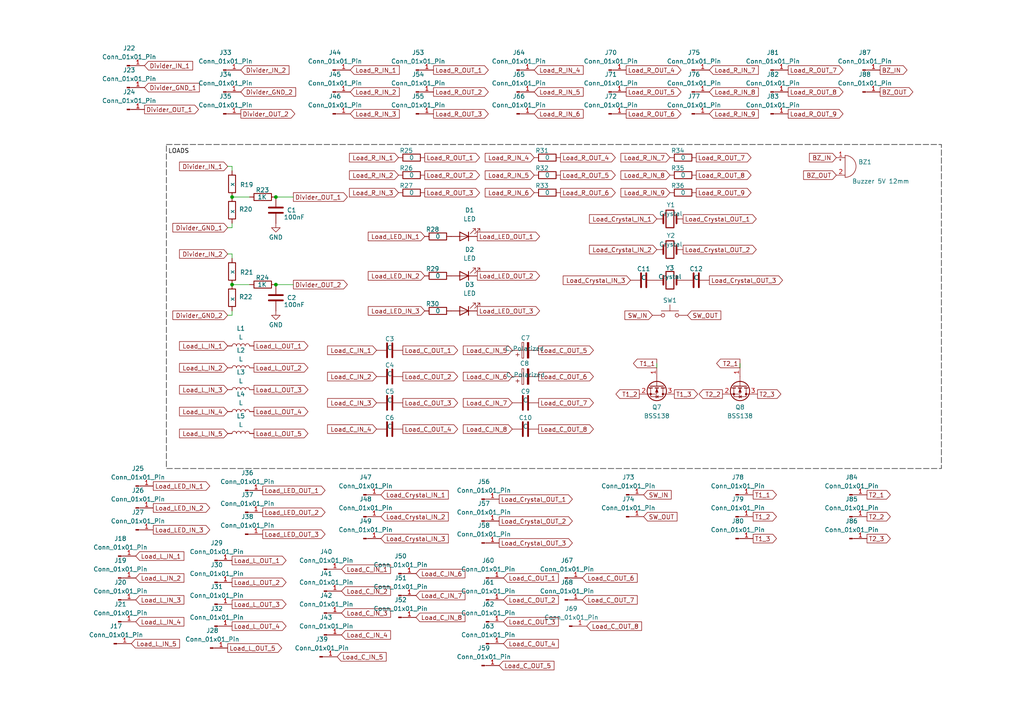
<source format=kicad_sch>
(kicad_sch (version 20250114) (generator "eeschema") (generator_version "9.0")
  (paper "A4")
  (rectangle (start 48.26 41.91) (end 273.05 135.89) (stroke (width 0) (type dash) (color 0 0 0 1)))
  (text "LOADS" (at 51.816 43.942 0) (effects (font (size 1.27 1.27))))
  (junction (at 80.01 57.15))
  (junction (at 67.31 57.15))
  (junction (at 80.01 82.55))
  (junction (at 67.31 82.55))
  (wire (pts (xy 67.31 49.53) (xy 67.31 48.26)))
  (wire (pts (xy 67.31 66.04) (xy 66.04 66.04)))
  (wire (pts (xy 67.31 73.66) (xy 66.04 73.66)))
  (wire (pts (xy 67.31 48.26) (xy 66.04 48.26)))
  (wire (pts (xy 67.31 90.17) (xy 67.31 91.44)))
  (wire (pts (xy 67.31 57.15) (xy 72.39 57.15)))
  (wire (pts (xy 190.5 105.41) (xy 190.5 106.68)))
  (wire (pts (xy 67.31 82.55) (xy 72.39 82.55)))
  (wire (pts (xy 67.31 91.44) (xy 66.04 91.44)))
  (wire (pts (xy 67.31 64.77) (xy 67.31 66.04)))
  (wire (pts (xy 80.01 57.15) (xy 85.09 57.15)))
  (wire (pts (xy 80.01 82.55) (xy 85.09 82.55)))
  (wire (pts (xy 67.31 74.93) (xy 67.31 73.66)))
  (wire (pts (xy 214.63 105.41) (xy 214.63 106.68)))
  (global_label "Load_R_OUT_9" (shape output) (at 201.93 55.88 0) (property "Intersheetrefs" "${INTERSHEET_REFS}" (effects (hide yes))))
  (global_label "Load_L_IN_5" (shape input) (at 38.1 186.69 0) (property "Intersheetrefs" "${INTERSHEET_REFS}" (effects (hide yes))))
  (global_label "Load_Crystal_OUT_1" (shape output) (at 198.12 63.5 0) (property "Intersheetrefs" "${INTERSHEET_REFS}" (effects (hide yes))))
  (global_label "Load_C_IN_1" (shape input) (at 109.22 101.6 180) (property "Intersheetrefs" "${INTERSHEET_REFS}" (effects (hide yes))))
  (global_label "Load_R_IN_3" (shape input) (at 101.6 33.02 0) (property "Intersheetrefs" "${INTERSHEET_REFS}" (effects (hide yes))))
  (global_label "T2_1" (shape output) (at 214.63 105.41 180) (property "Intersheetrefs" "${INTERSHEET_REFS}" (effects (hide yes))))
  (global_label "Load_C_OUT_5" (shape input) (at 144.78 193.04 0) (property "Intersheetrefs" "${INTERSHEET_REFS}" (effects (hide yes))))
  (global_label "Load_C_IN_5" (shape input) (at 97.79 190.5 0) (property "Intersheetrefs" "${INTERSHEET_REFS}" (effects (hide yes))))
  (global_label "Divider_OUT_2" (shape output) (at 69.85 33.02 0) (property "Intersheetrefs" "${INTERSHEET_REFS}" (effects (hide yes))))
  (global_label "Divider_GND_2" (shape input) (at 69.85 26.67 0) (property "Intersheetrefs" "${INTERSHEET_REFS}" (effects (hide yes))))
  (global_label "Load_L_OUT_5" (shape output) (at 73.66 125.73 0) (property "Intersheetrefs" "${INTERSHEET_REFS}" (effects (hide yes))))
  (global_label "Load_R_OUT_5" (shape output) (at 181.61 26.67 0) (property "Intersheetrefs" "${INTERSHEET_REFS}" (effects (hide yes))))
  (global_label "Load_C_OUT_3" (shape input) (at 146.05 180.34 0) (property "Intersheetrefs" "${INTERSHEET_REFS}" (effects (hide yes))))
  (global_label "T1_2" (shape output) (at 185.42 114.3 180) (property "Intersheetrefs" "${INTERSHEET_REFS}" (effects (hide yes))))
  (global_label "Load_R_OUT_3" (shape output) (at 125.73 33.02 0) (property "Intersheetrefs" "${INTERSHEET_REFS}" (effects (hide yes))))
  (global_label "T2_1" (shape output) (at 251.46 143.51 0) (property "Intersheetrefs" "${INTERSHEET_REFS}" (effects (hide yes))))
  (global_label "Load_C_IN_3" (shape input) (at 109.22 116.84 180) (property "Intersheetrefs" "${INTERSHEET_REFS}" (effects (hide yes))))
  (global_label "Load_R_IN_9" (shape input) (at 205.74 33.02 0) (property "Intersheetrefs" "${INTERSHEET_REFS}" (effects (hide yes))))
  (global_label "BZ_IN" (shape input) (at 242.57 45.72 180) (property "Intersheetrefs" "${INTERSHEET_REFS}" (effects (hide yes))))
  (global_label "Load_R_OUT_5" (shape output) (at 162.56 50.8 0) (property "Intersheetrefs" "${INTERSHEET_REFS}" (effects (hide yes))))
  (global_label "Load_L_IN_3" (shape input) (at 66.04 113.03 180) (property "Intersheetrefs" "${INTERSHEET_REFS}" (effects (hide yes))))
  (global_label "Load_R_OUT_6" (shape output) (at 162.56 55.88 0) (property "Intersheetrefs" "${INTERSHEET_REFS}" (effects (hide yes))))
  (global_label "Load_R_IN_2" (shape input) (at 115.57 50.8 180) (property "Intersheetrefs" "${INTERSHEET_REFS}" (effects (hide yes))))
  (global_label "Load_L_IN_1" (shape input) (at 39.37 161.29 0) (property "Intersheetrefs" "${INTERSHEET_REFS}" (effects (hide yes))))
  (global_label "Divider_OUT_2" (shape output) (at 85.09 82.55 0) (property "Intersheetrefs" "${INTERSHEET_REFS}" (effects (hide yes))))
  (global_label "Load_C_OUT_6" (shape output) (at 156.21 109.22 0) (property "Intersheetrefs" "${INTERSHEET_REFS}" (effects (hide yes))))
  (global_label "Load_LED_OUT_3" (shape output) (at 138.43 90.17 0) (property "Intersheetrefs" "${INTERSHEET_REFS}" (effects (hide yes))))
  (global_label "Divider_OUT_1" (shape output) (at 85.09 57.15 0) (property "Intersheetrefs" "${INTERSHEET_REFS}" (effects (hide yes))))
  (global_label "Load_R_IN_9" (shape input) (at 194.31 55.88 180) (property "Intersheetrefs" "${INTERSHEET_REFS}" (effects (hide yes))))
  (global_label "T1_3" (shape output) (at 195.58 114.3 0) (property "Intersheetrefs" "${INTERSHEET_REFS}" (effects (hide yes))))
  (global_label "Load_Crystal_IN_3" (shape input) (at 182.88 81.28 180) (property "Intersheetrefs" "${INTERSHEET_REFS}" (effects (hide yes))))
  (global_label "Load_C_IN_2" (shape input) (at 109.22 109.22 180) (property "Intersheetrefs" "${INTERSHEET_REFS}" (effects (hide yes))))
  (global_label "T1_1" (shape output) (at 190.5 105.41 180) (property "Intersheetrefs" "${INTERSHEET_REFS}" (effects (hide yes))))
  (global_label "Load_L_IN_4" (shape input) (at 66.04 119.38 180) (property "Intersheetrefs" "${INTERSHEET_REFS}" (effects (hide yes))))
  (global_label "Load_C_IN_8" (shape input) (at 120.65 179.07 0) (property "Intersheetrefs" "${INTERSHEET_REFS}" (effects (hide yes))))
  (global_label "T2_2" (shape output) (at 251.46 149.86 0) (property "Intersheetrefs" "${INTERSHEET_REFS}" (effects (hide yes))))
  (global_label "SW_OUT" (shape input) (at 186.69 149.86 0) (property "Intersheetrefs" "${INTERSHEET_REFS}" (effects (hide yes))))
  (global_label "Load_Crystal_OUT_2" (shape output) (at 144.78 151.13 0) (property "Intersheetrefs" "${INTERSHEET_REFS}" (effects (hide yes))))
  (global_label "T2_3" (shape output) (at 251.46 156.21 0) (property "Intersheetrefs" "${INTERSHEET_REFS}" (effects (hide yes))))
  (global_label "Load_L_OUT_5" (shape output) (at 66.04 187.96 0) (property "Intersheetrefs" "${INTERSHEET_REFS}" (effects (hide yes))))
  (global_label "BZ_IN" (shape output) (at 255.27 20.32 0) (property "Intersheetrefs" "${INTERSHEET_REFS}" (effects (hide yes))))
  (global_label "Load_R_IN_7" (shape input) (at 205.74 20.32 0) (property "Intersheetrefs" "${INTERSHEET_REFS}" (effects (hide yes))))
  (global_label "Load_R_IN_2" (shape input) (at 101.6 26.67 0) (property "Intersheetrefs" "${INTERSHEET_REFS}" (effects (hide yes))))
  (global_label "Divider_GND_1" (shape input) (at 66.04 66.04 180) (property "Intersheetrefs" "${INTERSHEET_REFS}" (effects (hide yes))))
  (global_label "Load_R_IN_3" (shape input) (at 115.57 55.88 180) (property "Intersheetrefs" "${INTERSHEET_REFS}" (effects (hide yes))))
  (global_label "Load_R_OUT_9" (shape output) (at 228.6 33.02 0) (property "Intersheetrefs" "${INTERSHEET_REFS}" (effects (hide yes))))
  (global_label "Load_L_OUT_3" (shape output) (at 73.66 113.03 0) (property "Intersheetrefs" "${INTERSHEET_REFS}" (effects (hide yes))))
  (global_label "Load_L_IN_3" (shape input) (at 39.37 173.99 0) (property "Intersheetrefs" "${INTERSHEET_REFS}" (effects (hide yes))))
  (global_label "Load_C_IN_4" (shape input) (at 99.06 184.15 0) (property "Intersheetrefs" "${INTERSHEET_REFS}" (effects (hide yes))))
  (global_label "Load_C_OUT_1" (shape input) (at 146.05 167.64 0) (property "Intersheetrefs" "${INTERSHEET_REFS}" (effects (hide yes))))
  (global_label "Load_LED_IN_2" (shape input) (at 123.19 80.01 180) (property "Intersheetrefs" "${INTERSHEET_REFS}" (effects (hide yes))))
  (global_label "Load_LED_IN_3" (shape input) (at 123.19 90.17 180) (property "Intersheetrefs" "${INTERSHEET_REFS}" (effects (hide yes))))
  (global_label "Load_R_IN_8" (shape input) (at 194.31 50.8 180) (property "Intersheetrefs" "${INTERSHEET_REFS}" (effects (hide yes))))
  (global_label "Load_LED_OUT_1" (shape output) (at 76.2 142.24 0) (property "Intersheetrefs" "${INTERSHEET_REFS}" (effects (hide yes))))
  (global_label "Load_R_OUT_1" (shape output) (at 123.19 45.72 0) (property "Intersheetrefs" "${INTERSHEET_REFS}" (effects (hide yes))))
  (global_label "Load_Crystal_IN_2" (shape input) (at 110.49 149.86 0) (property "Intersheetrefs" "${INTERSHEET_REFS}" (effects (hide yes))))
  (global_label "Load_Crystal_OUT_3" (shape output) (at 205.74 81.28 0) (property "Intersheetrefs" "${INTERSHEET_REFS}" (effects (hide yes))))
  (global_label "Load_C_IN_1" (shape input) (at 99.06 165.1 0) (property "Intersheetrefs" "${INTERSHEET_REFS}" (effects (hide yes))))
  (global_label "Load_LED_OUT_1" (shape output) (at 138.43 68.58 0) (property "Intersheetrefs" "${INTERSHEET_REFS}" (effects (hide yes))))
  (global_label "Load_C_OUT_4" (shape input) (at 146.05 186.69 0) (property "Intersheetrefs" "${INTERSHEET_REFS}" (effects (hide yes))))
  (global_label "Load_R_OUT_6" (shape output) (at 181.61 33.02 0) (property "Intersheetrefs" "${INTERSHEET_REFS}" (effects (hide yes))))
  (global_label "Load_L_IN_2" (shape input) (at 39.37 167.64 0) (property "Intersheetrefs" "${INTERSHEET_REFS}" (effects (hide yes))))
  (global_label "Load_Crystal_IN_2" (shape input) (at 190.5 72.39 180) (property "Intersheetrefs" "${INTERSHEET_REFS}" (effects (hide yes))))
  (global_label "Load_LED_OUT_2" (shape output) (at 138.43 80.01 0) (property "Intersheetrefs" "${INTERSHEET_REFS}" (effects (hide yes))))
  (global_label "BZ_OUT" (shape input) (at 242.57 50.8 180) (property "Intersheetrefs" "${INTERSHEET_REFS}" (effects (hide yes))))
  (global_label "Load_LED_IN_1" (shape input) (at 123.19 68.58 180) (property "Intersheetrefs" "${INTERSHEET_REFS}" (effects (hide yes))))
  (global_label "T2_3" (shape output) (at 219.71 114.3 0) (property "Intersheetrefs" "${INTERSHEET_REFS}" (effects (hide yes))))
  (global_label "Load_C_IN_2" (shape input) (at 99.06 171.45 0) (property "Intersheetrefs" "${INTERSHEET_REFS}" (effects (hide yes))))
  (global_label "Load_R_IN_6" (shape input) (at 154.94 55.88 180) (property "Intersheetrefs" "${INTERSHEET_REFS}" (effects (hide yes))))
  (global_label "Load_L_IN_2" (shape input) (at 66.04 106.68 180) (property "Intersheetrefs" "${INTERSHEET_REFS}" (effects (hide yes))))
  (global_label "Load_R_OUT_4" (shape output) (at 162.56 45.72 0) (property "Intersheetrefs" "${INTERSHEET_REFS}" (effects (hide yes))))
  (global_label "Load_L_OUT_2" (shape output) (at 73.66 106.68 0) (property "Intersheetrefs" "${INTERSHEET_REFS}" (effects (hide yes))))
  (global_label "Load_L_OUT_2" (shape output) (at 67.31 168.91 0) (property "Intersheetrefs" "${INTERSHEET_REFS}" (effects (hide yes))))
  (global_label "Load_R_IN_4" (shape input) (at 154.94 20.32 0) (property "Intersheetrefs" "${INTERSHEET_REFS}" (effects (hide yes))))
  (global_label "Divider_IN_2" (shape input) (at 66.04 73.66 180) (property "Intersheetrefs" "${INTERSHEET_REFS}" (effects (hide yes))))
  (global_label "Load_R_IN_6" (shape input) (at 154.94 33.02 0) (property "Intersheetrefs" "${INTERSHEET_REFS}" (effects (hide yes))))
  (global_label "Load_C_IN_6" (shape input) (at 120.65 166.37 0) (property "Intersheetrefs" "${INTERSHEET_REFS}" (effects (hide yes))))
  (global_label "Load_R_OUT_2" (shape output) (at 123.19 50.8 0) (property "Intersheetrefs" "${INTERSHEET_REFS}" (effects (hide yes))))
  (global_label "Load_LED_OUT_3" (shape output) (at 76.2 154.94 0) (property "Intersheetrefs" "${INTERSHEET_REFS}" (effects (hide yes))))
  (global_label "Load_C_OUT_6" (shape input) (at 168.91 167.64 0) (property "Intersheetrefs" "${INTERSHEET_REFS}" (effects (hide yes))))
  (global_label "Load_C_OUT_2" (shape output) (at 116.84 109.22 0) (property "Intersheetrefs" "${INTERSHEET_REFS}" (effects (hide yes))))
  (global_label "Load_R_OUT_8" (shape output) (at 201.93 50.8 0) (property "Intersheetrefs" "${INTERSHEET_REFS}" (effects (hide yes))))
  (global_label "Load_R_IN_1" (shape input) (at 115.57 45.72 180) (property "Intersheetrefs" "${INTERSHEET_REFS}" (effects (hide yes))))
  (global_label "Load_Crystal_OUT_1" (shape output) (at 144.78 144.78 0) (property "Intersheetrefs" "${INTERSHEET_REFS}" (effects (hide yes))))
  (global_label "Load_R_IN_5" (shape input) (at 154.94 50.8 180) (property "Intersheetrefs" "${INTERSHEET_REFS}" (effects (hide yes))))
  (global_label "Load_C_OUT_8" (shape output) (at 156.21 124.46 0) (property "Intersheetrefs" "${INTERSHEET_REFS}" (effects (hide yes))))
  (global_label "Load_L_OUT_1" (shape output) (at 67.31 162.56 0) (property "Intersheetrefs" "${INTERSHEET_REFS}" (effects (hide yes))))
  (global_label "Divider_GND_2" (shape input) (at 66.04 91.44 180) (property "Intersheetrefs" "${INTERSHEET_REFS}" (effects (hide yes))))
  (global_label "Load_LED_OUT_2" (shape output) (at 76.2 148.59 0) (property "Intersheetrefs" "${INTERSHEET_REFS}" (effects (hide yes))))
  (global_label "Load_L_IN_5" (shape input) (at 66.04 125.73 180) (property "Intersheetrefs" "${INTERSHEET_REFS}" (effects (hide yes))))
  (global_label "Load_L_OUT_3" (shape output) (at 67.31 175.26 0) (property "Intersheetrefs" "${INTERSHEET_REFS}" (effects (hide yes))))
  (global_label "Load_L_OUT_4" (shape output) (at 67.31 181.61 0) (property "Intersheetrefs" "${INTERSHEET_REFS}" (effects (hide yes))))
  (global_label "Load_Crystal_OUT_3" (shape output) (at 144.78 157.48 0) (property "Intersheetrefs" "${INTERSHEET_REFS}" (effects (hide yes))))
  (global_label "Load_C_OUT_5" (shape output) (at 156.21 101.6 0) (property "Intersheetrefs" "${INTERSHEET_REFS}" (effects (hide yes))))
  (global_label "Load_R_IN_4" (shape input) (at 154.94 45.72 180) (property "Intersheetrefs" "${INTERSHEET_REFS}" (effects (hide yes))))
  (global_label "Load_LED_IN_3" (shape output) (at 44.45 153.67 0) (property "Intersheetrefs" "${INTERSHEET_REFS}" (effects (hide yes))))
  (global_label "Divider_IN_1" (shape input) (at 66.04 48.26 180) (property "Intersheetrefs" "${INTERSHEET_REFS}" (effects (hide yes))))
  (global_label "T1_1" (shape output) (at 218.44 143.51 0) (property "Intersheetrefs" "${INTERSHEET_REFS}" (effects (hide yes))))
  (global_label "Divider_OUT_1" (shape output) (at 41.91 31.75 0) (property "Intersheetrefs" "${INTERSHEET_REFS}" (effects (hide yes))))
  (global_label "Divider_IN_1" (shape input) (at 41.91 19.05 0) (property "Intersheetrefs" "${INTERSHEET_REFS}" (effects (hide yes))))
  (global_label "Load_C_IN_7" (shape input) (at 148.59 116.84 180) (property "Intersheetrefs" "${INTERSHEET_REFS}" (effects (hide yes))))
  (global_label "Load_L_IN_1" (shape input) (at 66.04 100.33 180) (property "Intersheetrefs" "${INTERSHEET_REFS}" (effects (hide yes))))
  (global_label "Load_Crystal_OUT_2" (shape output) (at 198.12 72.39 0) (property "Intersheetrefs" "${INTERSHEET_REFS}" (effects (hide yes))))
  (global_label "SW_IN" (shape input) (at 189.23 91.44 180) (property "Intersheetrefs" "${INTERSHEET_REFS}" (effects (hide yes))))
  (global_label "Load_C_OUT_4" (shape output) (at 116.84 124.46 0) (property "Intersheetrefs" "${INTERSHEET_REFS}" (effects (hide yes))))
  (global_label "Divider_IN_2" (shape input) (at 69.85 20.32 0) (property "Intersheetrefs" "${INTERSHEET_REFS}" (effects (hide yes))))
  (global_label "T1_2" (shape output) (at 218.44 149.86 0) (property "Intersheetrefs" "${INTERSHEET_REFS}" (effects (hide yes))))
  (global_label "Load_R_OUT_7" (shape output) (at 228.6 20.32 0) (property "Intersheetrefs" "${INTERSHEET_REFS}" (effects (hide yes))))
  (global_label "Load_R_IN_8" (shape input) (at 205.74 26.67 0) (property "Intersheetrefs" "${INTERSHEET_REFS}" (effects (hide yes))))
  (global_label "Divider_GND_1" (shape input) (at 41.91 25.4 0) (property "Intersheetrefs" "${INTERSHEET_REFS}" (effects (hide yes))))
  (global_label "Load_C_OUT_8" (shape input) (at 170.18 181.61 0) (property "Intersheetrefs" "${INTERSHEET_REFS}" (effects (hide yes))))
  (global_label "T1_3" (shape output) (at 218.44 156.21 0) (property "Intersheetrefs" "${INTERSHEET_REFS}" (effects (hide yes))))
  (global_label "SW_IN" (shape input) (at 186.69 143.51 0) (property "Intersheetrefs" "${INTERSHEET_REFS}" (effects (hide yes))))
  (global_label "Load_R_OUT_3" (shape output) (at 123.19 55.88 0) (property "Intersheetrefs" "${INTERSHEET_REFS}" (effects (hide yes))))
  (global_label "Load_C_IN_4" (shape input) (at 109.22 124.46 180) (property "Intersheetrefs" "${INTERSHEET_REFS}" (effects (hide yes))))
  (global_label "Load_R_IN_1" (shape input) (at 101.6 20.32 0) (property "Intersheetrefs" "${INTERSHEET_REFS}" (effects (hide yes))))
  (global_label "Load_Crystal_IN_1" (shape input) (at 110.49 143.51 0) (property "Intersheetrefs" "${INTERSHEET_REFS}" (effects (hide yes))))
  (global_label "Load_L_OUT_4" (shape output) (at 73.66 119.38 0) (property "Intersheetrefs" "${INTERSHEET_REFS}" (effects (hide yes))))
  (global_label "Load_R_OUT_2" (shape output) (at 125.73 26.67 0) (property "Intersheetrefs" "${INTERSHEET_REFS}" (effects (hide yes))))
  (global_label "Load_C_OUT_2" (shape input) (at 146.05 173.99 0) (property "Intersheetrefs" "${INTERSHEET_REFS}" (effects (hide yes))))
  (global_label "Load_Crystal_IN_3" (shape input) (at 110.49 156.21 0) (property "Intersheetrefs" "${INTERSHEET_REFS}" (effects (hide yes))))
  (global_label "Load_R_OUT_8" (shape output) (at 228.6 26.67 0) (property "Intersheetrefs" "${INTERSHEET_REFS}" (effects (hide yes))))
  (global_label "Load_C_OUT_7" (shape output) (at 156.21 116.84 0) (property "Intersheetrefs" "${INTERSHEET_REFS}" (effects (hide yes))))
  (global_label "Load_C_OUT_1" (shape output) (at 116.84 101.6 0) (property "Intersheetrefs" "${INTERSHEET_REFS}" (effects (hide yes))))
  (global_label "Load_R_OUT_7" (shape output) (at 201.93 45.72 0) (property "Intersheetrefs" "${INTERSHEET_REFS}" (effects (hide yes))))
  (global_label "T2_2" (shape output) (at 209.55 114.3 180) (property "Intersheetrefs" "${INTERSHEET_REFS}" (effects (hide yes))))
  (global_label "Load_LED_IN_1" (shape output) (at 44.45 140.97 0) (property "Intersheetrefs" "${INTERSHEET_REFS}" (effects (hide yes))))
  (global_label "Load_LED_IN_2" (shape output) (at 44.45 147.32 0) (property "Intersheetrefs" "${INTERSHEET_REFS}" (effects (hide yes))))
  (global_label "Load_C_OUT_7" (shape input) (at 168.91 173.99 0) (property "Intersheetrefs" "${INTERSHEET_REFS}" (effects (hide yes))))
  (global_label "Load_L_IN_4" (shape input) (at 39.37 180.34 0) (property "Intersheetrefs" "${INTERSHEET_REFS}" (effects (hide yes))))
  (global_label "Load_R_OUT_4" (shape output) (at 181.61 20.32 0) (property "Intersheetrefs" "${INTERSHEET_REFS}" (effects (hide yes))))
  (global_label "Load_C_IN_8" (shape input) (at 148.59 124.46 180) (property "Intersheetrefs" "${INTERSHEET_REFS}" (effects (hide yes))))
  (global_label "BZ_OUT" (shape output) (at 255.27 26.67 0) (property "Intersheetrefs" "${INTERSHEET_REFS}" (effects (hide yes))))
  (global_label "SW_OUT" (shape input) (at 199.39 91.44 0) (property "Intersheetrefs" "${INTERSHEET_REFS}" (effects (hide yes))))
  (global_label "Load_C_IN_3" (shape input) (at 99.06 177.8 0) (property "Intersheetrefs" "${INTERSHEET_REFS}" (effects (hide yes))))
  (global_label "Load_R_IN_5" (shape input) (at 154.94 26.67 0) (property "Intersheetrefs" "${INTERSHEET_REFS}" (effects (hide yes))))
  (global_label "Load_C_OUT_3" (shape output) (at 116.84 116.84 0) (property "Intersheetrefs" "${INTERSHEET_REFS}" (effects (hide yes))))
  (global_label "Load_Crystal_IN_1" (shape input) (at 190.5 63.5 180) (property "Intersheetrefs" "${INTERSHEET_REFS}" (effects (hide yes))))
  (global_label "Load_C_IN_7" (shape input) (at 120.65 172.72 0) (property "Intersheetrefs" "${INTERSHEET_REFS}" (effects (hide yes))))
  (global_label "Load_C_IN_6" (shape input) (at 148.59 109.22 180) (property "Intersheetrefs" "${INTERSHEET_REFS}" (effects (hide yes))))
  (global_label "Load_C_IN_5" (shape input) (at 148.59 101.6 180) (property "Intersheetrefs" "${INTERSHEET_REFS}" (effects (hide yes))))
  (global_label "Load_R_OUT_1" (shape output) (at 125.73 20.32 0) (property "Intersheetrefs" "${INTERSHEET_REFS}" (effects (hide yes))))
  (global_label "Load_R_IN_7" (shape input) (at 194.31 45.72 180) (property "Intersheetrefs" "${INTERSHEET_REFS}" (effects (hide yes))))
  (global_label "Load_L_OUT_1" (shape output) (at 73.66 100.33 0) (property "Intersheetrefs" "${INTERSHEET_REFS}" (effects (hide yes))))
  (symbol (lib_id "Device:C") (at 152.4 116.84 90) (unit 1)
    (property "Reference" "C9" (at 152.4 113.538 90))
    (property "Value" "C" (at 152.4 116.078 90))
    (property "Footprint" "Capacitor_SMD:C_0603_1608Metric_Pad1.08x0.95mm_HandSolder" (effects (hide yes)))
    (property "Description" "Unpolarized capacitor" (effects (hide yes)))
  )
  (symbol (lib_id "Device:Buzzer") (at 245.11 48.26 0) (unit 1)
    (property "Reference" "BZ1" (at 248.92 46.9899 0) (effects (justify left)))
    (property "Value" "Buzzer 5V 12mm" (at 247.142 52.578 0) (effects (justify left)))
    (property "Footprint" "Buzzer_Beeper:Buzzer_12x9.5RM7.6" (effects (hide yes)))
    (property "Description" "Buzzer, polarized" (effects (hide yes)))
  )
  (symbol (lib_id "Device:R") (at 67.31 53.34 0) (unit 1)
    (property "Reference" "R19" (at 69.596 53.594 0) (effects (justify left)))
    (property "Value" "x" (at 67.31 54.102 90) (effects (justify left)))
    (property "Footprint" "Resistor_SMD:R_0805_2012Metric" (effects (hide yes)))
    (property "Description" "Resistor" (effects (hide yes)))
  )
  (symbol (lib_id "Connector:Conn_01x01_Pin") (at 64.77 26.67 0) (unit 1)
    (property "Reference" "J34" (at 65.405 21.59 0))
    (property "Value" "Conn_01x01_Pin" (at 65.405 24.13 0))
    (property "Footprint" "Connector_PinHeader_2.54mm:PinHeader_1x01_P2.54mm_Vertical" (effects (hide yes)))
    (property "Description" "Generic connector, single row, 01x01, script generated" (effects (hide yes)))
  )
  (symbol (lib_id "Connector:Conn_01x01_Pin") (at 71.12 148.59 0) (unit 1)
    (property "Reference" "J37" (at 71.755 143.51 0))
    (property "Value" "Conn_01x01_Pin" (at 71.755 146.05 0))
    (property "Footprint" "Connector_PinHeader_2.54mm:PinHeader_1x01_P2.54mm_Vertical" (effects (hide yes)))
    (property "Description" "Generic connector, single row, 01x01, script generated" (effects (hide yes)))
  )
  (symbol (lib_id "Connector:Conn_01x01_Pin") (at 139.7 144.78 0) (unit 1)
    (property "Reference" "J56" (at 140.335 139.7 0))
    (property "Value" "Conn_01x01_Pin" (at 140.335 142.24 0))
    (property "Footprint" "Connector_PinHeader_2.54mm:PinHeader_1x01_P2.54mm_Vertical" (effects (hide yes)))
    (property "Description" "Generic connector, single row, 01x01, script generated" (effects (hide yes)))
  )
  (symbol (lib_id "Connector:Conn_01x01_Pin") (at 250.19 26.67 0) (unit 1)
    (property "Reference" "J88" (at 250.825 21.59 0))
    (property "Value" "Conn_01x01_Pin" (at 250.825 24.13 0))
    (property "Footprint" "Connector_PinHeader_2.54mm:PinHeader_1x01_P2.54mm_Vertical" (effects (hide yes)))
    (property "Description" "Generic connector, single row, 01x01, script generated" (effects (hide yes)))
  )
  (symbol (lib_id "Device:C_Polarized") (at 152.4 101.6 90) (unit 1)
    (property "Reference" "C7" (at 152.4 98.044 90))
    (property "Value" "C_Polarized" (at 152.146 101.092 90))
    (property "Footprint" "Capacitor_THT:C_Radial_D8.0mm_H7.0mm_P3.50mm" (effects (hide yes)))
    (property "Description" "Polarized capacitor" (effects (hide yes)))
  )
  (symbol (lib_id "Transistor_FET:BSS138") (at 214.63 111.76 270) (unit 1)
    (property "Reference" "Q8" (at 214.63 118.11 90))
    (property "Value" "BSS138" (at 214.63 120.65 90))
    (property "Footprint" "Package_TO_SOT_SMD:SOT-23" (effects (hide yes)))
    (property "Datasheet" "https://www.onsemi.com/pub/Collateral/BSS138-D.PDF" (effects (hide yes)))
    (property "Description" "50V Vds, 0.22A Id, N-Channel MOSFET, SOT-23" (effects (hide yes)))
  )
  (symbol (lib_id "Device:R") (at 76.2 82.55 270) (unit 1)
    (property "Reference" "R24" (at 74.168 80.518 90) (effects (justify left)))
    (property "Value" "1K" (at 74.676 82.55 90) (effects (justify left)))
    (property "Footprint" "Resistor_SMD:R_0805_2012Metric" (effects (hide yes)))
    (property "Description" "Resistor" (effects (hide yes)))
  )
  (symbol (lib_id "Device:LED") (at 134.62 90.17 180) (unit 1)
    (property "Reference" "D3" (at 136.2075 82.55 0))
    (property "Value" "LED" (at 136.2075 85.09 0))
    (property "Footprint" "LED_SMD:LED_0805_2012Metric_Pad1.15x1.40mm_HandSolder" (effects (hide yes)))
    (property "Description" "Light emitting diode" (effects (hide yes)))
    (property "Sim.Pins" "1=K 2=A" (effects (hide yes)))
  )
  (symbol (lib_id "Device:R") (at 198.12 55.88 270) (unit 1)
    (property "Reference" "R36" (at 196.596 53.848 90))
    (property "Value" "0" (at 198.12 55.88 90))
    (property "Footprint" "Resistor_THT:R_Axial_DIN0207_L6.3mm_D2.5mm_P10.16mm_Horizontal" (effects (hide yes)))
    (property "Description" "Resistor" (effects (hide yes)))
  )
  (symbol (lib_id "Connector:Conn_01x01_Pin") (at 246.38 143.51 0) (unit 1)
    (property "Reference" "J84" (at 247.015 138.43 0))
    (property "Value" "Conn_01x01_Pin" (at 247.015 140.97 0))
    (property "Footprint" "Connector_PinHeader_2.54mm:PinHeader_1x01_P2.54mm_Vertical" (effects (hide yes)))
    (property "Description" "Generic connector, single row, 01x01, script generated" (effects (hide yes)))
  )
  (symbol (lib_id "Connector:Conn_01x01_Pin") (at 176.53 33.02 0) (unit 1)
    (property "Reference" "J72" (at 177.165 27.94 0))
    (property "Value" "Conn_01x01_Pin" (at 177.165 30.48 0))
    (property "Footprint" "Connector_PinHeader_2.54mm:PinHeader_1x01_P2.54mm_Vertical" (effects (hide yes)))
    (property "Description" "Generic connector, single row, 01x01, script generated" (effects (hide yes)))
  )
  (symbol (lib_id "Device:Crystal") (at 194.31 72.39 0) (unit 1)
    (property "Reference" "Y2" (at 194.564 68.326 0))
    (property "Value" "Crystal" (at 194.564 70.866 0))
    (property "Footprint" "Crystal:Crystal_HC49-4H_Vertical" (effects (hide yes)))
    (property "Description" "Two pin crystal" (effects (hide yes)))
  )
  (symbol (lib_id "Device:Crystal") (at 194.31 63.5 0) (unit 1)
    (property "Reference" "Y1" (at 194.564 59.436 0))
    (property "Value" "Crystal" (at 194.564 61.976 0))
    (property "Footprint" "Crystal:Crystal_HC49-4H_Vertical" (effects (hide yes)))
    (property "Description" "Two pin crystal" (effects (hide yes)))
  )
  (symbol (lib_id "Connector:Conn_01x01_Pin") (at 62.23 175.26 0) (unit 1)
    (property "Reference" "J31" (at 62.865 170.18 0))
    (property "Value" "Conn_01x01_Pin" (at 62.865 172.72 0))
    (property "Footprint" "Connector_PinHeader_2.54mm:PinHeader_1x01_P2.54mm_Vertical" (effects (hide yes)))
    (property "Description" "Generic connector, single row, 01x01, script generated" (effects (hide yes)))
  )
  (symbol (lib_id "Connector:Conn_01x01_Pin") (at 36.83 19.05 0) (unit 1)
    (property "Reference" "J22" (at 37.465 13.97 0))
    (property "Value" "Conn_01x01_Pin" (at 37.465 16.51 0))
    (property "Footprint" "Connector_PinHeader_2.54mm:PinHeader_1x01_P2.54mm_Vertical" (effects (hide yes)))
    (property "Description" "Generic connector, single row, 01x01, script generated" (effects (hide yes)))
  )
  (symbol (lib_id "Connector:Conn_01x01_Pin") (at 34.29 161.29 0) (unit 1)
    (property "Reference" "J18" (at 34.925 156.21 0))
    (property "Value" "Conn_01x01_Pin" (at 34.925 158.75 0))
    (property "Footprint" "Connector_PinHeader_2.54mm:PinHeader_1x01_P2.54mm_Vertical" (effects (hide yes)))
    (property "Description" "Generic connector, single row, 01x01, script generated" (effects (hide yes)))
  )
  (symbol (lib_id "Connector:Conn_01x01_Pin") (at 34.29 173.99 0) (unit 1)
    (property "Reference" "J20" (at 34.925 168.91 0))
    (property "Value" "Conn_01x01_Pin" (at 34.925 171.45 0))
    (property "Footprint" "Connector_PinHeader_2.54mm:PinHeader_1x01_P2.54mm_Vertical" (effects (hide yes)))
    (property "Description" "Generic connector, single row, 01x01, script generated" (effects (hide yes)))
  )
  (symbol (lib_id "Connector:Conn_01x01_Pin") (at 200.66 20.32 0) (unit 1)
    (property "Reference" "J75" (at 201.295 15.24 0))
    (property "Value" "Conn_01x01_Pin" (at 201.295 17.78 0))
    (property "Footprint" "Connector_PinHeader_2.54mm:PinHeader_1x01_P2.54mm_Vertical" (effects (hide yes)))
    (property "Description" "Generic connector, single row, 01x01, script generated" (effects (hide yes)))
  )
  (symbol (lib_id "Device:C") (at 201.93 81.28 90) (unit 1)
    (property "Reference" "C12" (at 201.93 77.978 90))
    (property "Value" "C" (at 201.93 80.518 90))
    (property "Footprint" "Capacitor_SMD:C_0805_2012Metric_Pad1.18x1.45mm_HandSolder" (effects (hide yes)))
    (property "Description" "Unpolarized capacitor" (effects (hide yes)))
  )
  (symbol (lib_id "Connector:Conn_01x01_Pin") (at 36.83 31.75 0) (unit 1)
    (property "Reference" "J24" (at 37.465 26.67 0))
    (property "Value" "Conn_01x01_Pin" (at 37.465 29.21 0))
    (property "Footprint" "Connector_PinHeader_2.54mm:PinHeader_1x01_P2.54mm_Vertical" (effects (hide yes)))
    (property "Description" "Generic connector, single row, 01x01, script generated" (effects (hide yes)))
  )
  (symbol (lib_id "Connector:Conn_01x01_Pin") (at 163.83 173.99 0) (unit 1)
    (property "Reference" "J68" (at 164.465 168.91 0))
    (property "Value" "Conn_01x01_Pin" (at 164.465 171.45 0))
    (property "Footprint" "Connector_PinHeader_2.54mm:PinHeader_1x01_P2.54mm_Vertical" (effects (hide yes)))
    (property "Description" "Generic connector, single row, 01x01, script generated" (effects (hide yes)))
  )
  (symbol (lib_id "Device:R") (at 67.31 60.96 0) (unit 1)
    (property "Reference" "R20" (at 69.342 60.706 0) (effects (justify left)))
    (property "Value" "x" (at 67.31 61.976 90) (effects (justify left)))
    (property "Footprint" "Resistor_SMD:R_0805_2012Metric" (effects (hide yes)))
    (property "Description" "Resistor" (effects (hide yes)))
  )
  (symbol (lib_id "Connector:Conn_01x01_Pin") (at 213.36 156.21 0) (unit 1)
    (property "Reference" "J80" (at 213.995 151.13 0))
    (property "Value" "Conn_01x01_Pin" (at 213.995 153.67 0))
    (property "Footprint" "Connector_PinHeader_2.54mm:PinHeader_1x01_P2.54mm_Vertical" (effects (hide yes)))
    (property "Description" "Generic connector, single row, 01x01, script generated" (effects (hide yes)))
  )
  (symbol (lib_id "Connector:Conn_01x01_Pin") (at 60.96 187.96 0) (unit 1)
    (property "Reference" "J28" (at 61.595 182.88 0))
    (property "Value" "Conn_01x01_Pin" (at 61.595 185.42 0))
    (property "Footprint" "Connector_PinHeader_2.54mm:PinHeader_1x01_P2.54mm_Vertical" (effects (hide yes)))
    (property "Description" "Generic connector, single row, 01x01, script generated" (effects (hide yes)))
  )
  (symbol (lib_id "power:GND") (at 80.01 64.77 0) (unit 1)
    (property "Reference" "#PWR05" (effects (hide yes)))
    (property "Value" "GND" (at 80.01 68.834 0))
    (property "Description" "Power symbol creates a global label with name \"GND\" , ground" (effects (hide yes)))
  )
  (symbol (lib_id "Connector:Conn_01x01_Pin") (at 140.97 173.99 0) (unit 1)
    (property "Reference" "J61" (at 141.605 168.91 0))
    (property "Value" "Conn_01x01_Pin" (at 141.605 171.45 0))
    (property "Footprint" "Connector_PinHeader_2.54mm:PinHeader_1x01_P2.54mm_Vertical" (effects (hide yes)))
    (property "Description" "Generic connector, single row, 01x01, script generated" (effects (hide yes)))
  )
  (symbol (lib_id "Connector:Conn_01x01_Pin") (at 181.61 143.51 0) (unit 1)
    (property "Reference" "J73" (at 182.245 138.43 0))
    (property "Value" "Conn_01x01_Pin" (at 182.245 140.97 0))
    (property "Footprint" "Connector_PinHeader_2.54mm:PinHeader_1x01_P2.54mm_Vertical" (effects (hide yes)))
    (property "Description" "Generic connector, single row, 01x01, script generated" (effects (hide yes)))
  )
  (symbol (lib_id "Connector:Conn_01x01_Pin") (at 71.12 154.94 0) (unit 1)
    (property "Reference" "J38" (at 71.755 149.86 0))
    (property "Value" "Conn_01x01_Pin" (at 71.755 152.4 0))
    (property "Footprint" "Connector_PinHeader_2.54mm:PinHeader_1x01_P2.54mm_Vertical" (effects (hide yes)))
    (property "Description" "Generic connector, single row, 01x01, script generated" (effects (hide yes)))
  )
  (symbol (lib_id "Device:LED") (at 134.62 80.01 180) (unit 1)
    (property "Reference" "D2" (at 136.2075 72.39 0))
    (property "Value" "LED" (at 136.2075 74.93 0))
    (property "Footprint" "LED_SMD:LED_0805_2012Metric_Pad1.15x1.40mm_HandSolder" (effects (hide yes)))
    (property "Description" "Light emitting diode" (effects (hide yes)))
    (property "Sim.Pins" "1=K 2=A" (effects (hide yes)))
  )
  (symbol (lib_id "Connector:Conn_01x01_Pin") (at 64.77 20.32 0) (unit 1)
    (property "Reference" "J33" (at 65.405 15.24 0))
    (property "Value" "Conn_01x01_Pin" (at 65.405 17.78 0))
    (property "Footprint" "Connector_PinHeader_2.54mm:PinHeader_1x01_P2.54mm_Vertical" (effects (hide yes)))
    (property "Description" "Generic connector, single row, 01x01, script generated" (effects (hide yes)))
  )
  (symbol (lib_id "Device:C") (at 113.03 124.46 90) (unit 1)
    (property "Reference" "C6" (at 113.03 121.158 90))
    (property "Value" "C" (at 113.03 123.698 90))
    (property "Footprint" "Capacitor_SMD:C_0805_2012Metric_Pad1.18x1.45mm_HandSolder" (effects (hide yes)))
    (property "Description" "Unpolarized capacitor" (effects (hide yes)))
  )
  (symbol (lib_id "Connector:Conn_01x01_Pin") (at 96.52 26.67 0) (unit 1)
    (property "Reference" "J45" (at 97.155 21.59 0))
    (property "Value" "Conn_01x01_Pin" (at 97.155 24.13 0))
    (property "Footprint" "Connector_PinHeader_2.54mm:PinHeader_1x01_P2.54mm_Vertical" (effects (hide yes)))
    (property "Description" "Generic connector, single row, 01x01, script generated" (effects (hide yes)))
  )
  (symbol (lib_id "Connector:Conn_01x01_Pin") (at 34.29 180.34 0) (unit 1)
    (property "Reference" "J21" (at 34.925 175.26 0))
    (property "Value" "Conn_01x01_Pin" (at 34.925 177.8 0))
    (property "Footprint" "Connector_PinHeader_2.54mm:PinHeader_1x01_P2.54mm_Vertical" (effects (hide yes)))
    (property "Description" "Generic connector, single row, 01x01, script generated" (effects (hide yes)))
  )
  (symbol (lib_id "Device:R") (at 67.31 78.74 0) (unit 1)
    (property "Reference" "R21" (at 69.596 78.994 0) (effects (justify left)))
    (property "Value" "x" (at 67.31 79.502 90) (effects (justify left)))
    (property "Footprint" "Resistor_SMD:R_0805_2012Metric" (effects (hide yes)))
    (property "Description" "Resistor" (effects (hide yes)))
  )
  (symbol (lib_id "Device:C") (at 186.69 81.28 90) (unit 1)
    (property "Reference" "C11" (at 186.69 77.978 90))
    (property "Value" "C" (at 186.69 80.518 90))
    (property "Footprint" "Capacitor_SMD:C_0805_2012Metric_Pad1.18x1.45mm_HandSolder" (effects (hide yes)))
    (property "Description" "Unpolarized capacitor" (effects (hide yes)))
  )
  (symbol (lib_id "Connector:Conn_01x01_Pin") (at 165.1 181.61 0) (unit 1)
    (property "Reference" "J69" (at 165.735 176.53 0))
    (property "Value" "Conn_01x01_Pin" (at 165.735 179.07 0))
    (property "Footprint" "Connector_PinHeader_2.54mm:PinHeader_1x01_P2.54mm_Vertical" (effects (hide yes)))
    (property "Description" "Generic connector, single row, 01x01, script generated" (effects (hide yes)))
  )
  (symbol (lib_id "Device:L") (at 69.85 119.38 90) (unit 1)
    (property "Reference" "L4" (at 69.85 114.3 90))
    (property "Value" "L" (at 69.85 116.84 90))
    (property "Footprint" "Inductor_THT:L_Axial_L7.0mm_D3.3mm_P2.54mm_Vertical_Fastron_MICC" (effects (hide yes)))
    (property "Description" "Inductor" (effects (hide yes)))
  )
  (symbol (lib_id "Device:LED") (at 134.62 68.58 180) (unit 1)
    (property "Reference" "D1" (at 136.2075 60.96 0))
    (property "Value" "LED" (at 136.2075 63.5 0))
    (property "Footprint" "LED_SMD:LED_0805_2012Metric_Pad1.15x1.40mm_HandSolder" (effects (hide yes)))
    (property "Description" "Light emitting diode" (effects (hide yes)))
    (property "Sim.Pins" "1=K 2=A" (effects (hide yes)))
  )
  (symbol (lib_id "Connector:Conn_01x01_Pin") (at 223.52 33.02 0) (unit 1)
    (property "Reference" "J83" (at 224.155 27.94 0))
    (property "Value" "Conn_01x01_Pin" (at 224.155 30.48 0))
    (property "Footprint" "Connector_PinHeader_2.54mm:PinHeader_1x01_P2.54mm_Vertical" (effects (hide yes)))
    (property "Description" "Generic connector, single row, 01x01, script generated" (effects (hide yes)))
  )
  (symbol (lib_id "Transistor_FET:BSS138") (at 190.5 111.76 270) (unit 1)
    (property "Reference" "Q7" (at 190.5 118.11 90))
    (property "Value" "BSS138" (at 190.5 120.65 90))
    (property "Footprint" "Package_TO_SOT_SMD:SOT-23" (effects (hide yes)))
    (property "Datasheet" "https://www.onsemi.com/pub/Collateral/BSS138-D.PDF" (effects (hide yes)))
    (property "Description" "50V Vds, 0.22A Id, N-Channel MOSFET, SOT-23" (effects (hide yes)))
  )
  (symbol (lib_id "Connector:Conn_01x01_Pin") (at 62.23 162.56 0) (unit 1)
    (property "Reference" "J29" (at 62.865 157.48 0))
    (property "Value" "Conn_01x01_Pin" (at 62.865 160.02 0))
    (property "Footprint" "Connector_PinHeader_2.54mm:PinHeader_1x01_P2.54mm_Vertical" (effects (hide yes)))
    (property "Description" "Generic connector, single row, 01x01, script generated" (effects (hide yes)))
  )
  (symbol (lib_id "Device:Crystal") (at 194.31 81.28 0) (unit 1)
    (property "Reference" "Y3" (at 194.31 77.724 0))
    (property "Value" "Crystal" (at 194.31 80.264 0))
    (property "Footprint" "Crystal:Crystal_HC49-4H_Vertical" (effects (hide yes)))
    (property "Description" "Two pin crystal" (effects (hide yes)))
  )
  (symbol (lib_id "Connector:Conn_01x01_Pin") (at 213.36 143.51 0) (unit 1)
    (property "Reference" "J78" (at 213.995 138.43 0))
    (property "Value" "Conn_01x01_Pin" (at 213.995 140.97 0))
    (property "Footprint" "Connector_PinHeader_2.54mm:PinHeader_1x01_P2.54mm_Vertical" (effects (hide yes)))
    (property "Description" "Generic connector, single row, 01x01, script generated" (effects (hide yes)))
  )
  (symbol (lib_id "Connector:Conn_01x01_Pin") (at 96.52 33.02 0) (unit 1)
    (property "Reference" "J46" (at 97.155 27.94 0))
    (property "Value" "Conn_01x01_Pin" (at 97.155 30.48 0))
    (property "Footprint" "Connector_PinHeader_2.54mm:PinHeader_1x01_P2.54mm_Vertical" (effects (hide yes)))
    (property "Description" "Generic connector, single row, 01x01, script generated" (effects (hide yes)))
  )
  (symbol (lib_id "Device:R") (at 158.75 45.72 270) (unit 1)
    (property "Reference" "R31" (at 157.226 43.688 90))
    (property "Value" "0" (at 158.75 45.72 90))
    (property "Footprint" "Resistor_SMD:R_0805_2012Metric" (effects (hide yes)))
    (property "Description" "Resistor" (effects (hide yes)))
  )
  (symbol (lib_id "Connector:Conn_01x01_Pin") (at 200.66 26.67 0) (unit 1)
    (property "Reference" "J76" (at 201.295 21.59 0))
    (property "Value" "Conn_01x01_Pin" (at 201.295 24.13 0))
    (property "Footprint" "Connector_PinHeader_2.54mm:PinHeader_1x01_P2.54mm_Vertical" (effects (hide yes)))
    (property "Description" "Generic connector, single row, 01x01, script generated" (effects (hide yes)))
  )
  (symbol (lib_id "Connector:Conn_01x01_Pin") (at 163.83 167.64 0) (unit 1)
    (property "Reference" "J67" (at 164.465 162.56 0))
    (property "Value" "Conn_01x01_Pin" (at 164.465 165.1 0))
    (property "Footprint" "Connector_PinHeader_2.54mm:PinHeader_1x01_P2.54mm_Vertical" (effects (hide yes)))
    (property "Description" "Generic connector, single row, 01x01, script generated" (effects (hide yes)))
  )
  (symbol (lib_id "Connector:Conn_01x01_Pin") (at 93.98 165.1 0) (unit 1)
    (property "Reference" "J40" (at 94.615 160.02 0))
    (property "Value" "Conn_01x01_Pin" (at 94.615 162.56 0))
    (property "Footprint" "Connector_PinHeader_2.54mm:PinHeader_1x01_P2.54mm_Vertical" (effects (hide yes)))
    (property "Description" "Generic connector, single row, 01x01, script generated" (effects (hide yes)))
  )
  (symbol (lib_id "Device:L") (at 69.85 125.73 90) (unit 1)
    (property "Reference" "L5" (at 69.85 120.65 90))
    (property "Value" "L" (at 69.85 123.19 90))
    (property "Footprint" "Inductor_THT:L_Axial_L7.0mm_D3.3mm_P2.54mm_Vertical_Fastron_MICC" (effects (hide yes)))
    (property "Description" "Inductor" (effects (hide yes)))
  )
  (symbol (lib_id "Connector:Conn_01x01_Pin") (at 105.41 143.51 0) (unit 1)
    (property "Reference" "J47" (at 106.045 138.43 0))
    (property "Value" "Conn_01x01_Pin" (at 106.045 140.97 0))
    (property "Footprint" "Connector_PinHeader_2.54mm:PinHeader_1x01_P2.54mm_Vertical" (effects (hide yes)))
    (property "Description" "Generic connector, single row, 01x01, script generated" (effects (hide yes)))
  )
  (symbol (lib_id "Connector:Conn_01x01_Pin") (at 39.37 140.97 0) (unit 1)
    (property "Reference" "J25" (at 40.005 135.89 0))
    (property "Value" "Conn_01x01_Pin" (at 40.005 138.43 0))
    (property "Footprint" "Connector_PinHeader_2.54mm:PinHeader_1x01_P2.54mm_Vertical" (effects (hide yes)))
    (property "Description" "Generic connector, single row, 01x01, script generated" (effects (hide yes)))
  )
  (symbol (lib_id "Connector:Conn_01x01_Pin") (at 140.97 180.34 0) (unit 1)
    (property "Reference" "J62" (at 141.605 175.26 0))
    (property "Value" "Conn_01x01_Pin" (at 141.605 177.8 0))
    (property "Footprint" "Connector_PinHeader_2.54mm:PinHeader_1x01_P2.54mm_Vertical" (effects (hide yes)))
    (property "Description" "Generic connector, single row, 01x01, script generated" (effects (hide yes)))
  )
  (symbol (lib_id "Connector:Conn_01x01_Pin") (at 105.41 156.21 0) (unit 1)
    (property "Reference" "J49" (at 106.045 151.13 0))
    (property "Value" "Conn_01x01_Pin" (at 106.045 153.67 0))
    (property "Footprint" "Connector_PinHeader_2.54mm:PinHeader_1x01_P2.54mm_Vertical" (effects (hide yes)))
    (property "Description" "Generic connector, single row, 01x01, script generated" (effects (hide yes)))
  )
  (symbol (lib_id "Connector:Conn_01x01_Pin") (at 105.41 149.86 0) (unit 1)
    (property "Reference" "J48" (at 106.045 144.78 0))
    (property "Value" "Conn_01x01_Pin" (at 106.045 147.32 0))
    (property "Footprint" "Connector_PinHeader_2.54mm:PinHeader_1x01_P2.54mm_Vertical" (effects (hide yes)))
    (property "Description" "Generic connector, single row, 01x01, script generated" (effects (hide yes)))
  )
  (symbol (lib_id "Device:R") (at 76.2 57.15 270) (unit 1)
    (property "Reference" "R23" (at 74.168 55.118 90) (effects (justify left)))
    (property "Value" "1K" (at 74.676 57.15 90) (effects (justify left)))
    (property "Footprint" "Resistor_SMD:R_0805_2012Metric" (effects (hide yes)))
    (property "Description" "Resistor" (effects (hide yes)))
  )
  (symbol (lib_id "Connector:Conn_01x01_Pin") (at 36.83 25.4 0) (unit 1)
    (property "Reference" "J23" (at 37.465 20.32 0))
    (property "Value" "Conn_01x01_Pin" (at 37.465 22.86 0))
    (property "Footprint" "Connector_PinHeader_2.54mm:PinHeader_1x01_P2.54mm_Vertical" (effects (hide yes)))
    (property "Description" "Generic connector, single row, 01x01, script generated" (effects (hide yes)))
  )
  (symbol (lib_id "Device:C") (at 152.4 124.46 90) (unit 1)
    (property "Reference" "C10" (at 152.4 121.158 90))
    (property "Value" "C" (at 152.4 123.698 90))
    (property "Footprint" "Capacitor_SMD:C_0603_1608Metric_Pad1.08x0.95mm_HandSolder" (effects (hide yes)))
    (property "Description" "Unpolarized capacitor" (effects (hide yes)))
  )
  (symbol (lib_id "Connector:Conn_01x01_Pin") (at 120.65 26.67 0) (unit 1)
    (property "Reference" "J54" (at 121.285 21.59 0))
    (property "Value" "Conn_01x01_Pin" (at 121.285 24.13 0))
    (property "Footprint" "Connector_PinHeader_2.54mm:PinHeader_1x01_P2.54mm_Vertical" (effects (hide yes)))
    (property "Description" "Generic connector, single row, 01x01, script generated" (effects (hide yes)))
  )
  (symbol (lib_id "Connector:Conn_01x01_Pin") (at 115.57 172.72 0) (unit 1)
    (property "Reference" "J51" (at 116.205 167.64 0))
    (property "Value" "Conn_01x01_Pin" (at 116.205 170.18 0))
    (property "Footprint" "Connector_PinHeader_2.54mm:PinHeader_1x01_P2.54mm_Vertical" (effects (hide yes)))
    (property "Description" "Generic connector, single row, 01x01, script generated" (effects (hide yes)))
  )
  (symbol (lib_id "Device:R") (at 127 68.58 270) (unit 1)
    (property "Reference" "R28" (at 125.476 66.548 90))
    (property "Value" "0" (at 127 68.58 90))
    (property "Footprint" "Resistor_SMD:R_0805_2012Metric" (effects (hide yes)))
    (property "Description" "Resistor" (effects (hide yes)))
  )
  (symbol (lib_id "Connector:Conn_01x01_Pin") (at 39.37 153.67 0) (unit 1)
    (property "Reference" "J27" (at 40.005 148.59 0))
    (property "Value" "Conn_01x01_Pin" (at 40.005 151.13 0))
    (property "Footprint" "Connector_PinHeader_2.54mm:PinHeader_1x01_P2.54mm_Vertical" (effects (hide yes)))
    (property "Description" "Generic connector, single row, 01x01, script generated" (effects (hide yes)))
  )
  (symbol (lib_id "Device:C_Polarized") (at 152.4 109.22 90) (unit 1)
    (property "Reference" "C8" (at 152.146 105.41 90))
    (property "Value" "C_Polarized" (at 152.4 108.712 90))
    (property "Footprint" "Capacitor_THT:C_Radial_D8.0mm_H7.0mm_P3.50mm" (effects (hide yes)))
    (property "Description" "Polarized capacitor" (effects (hide yes)))
  )
  (symbol (lib_id "Connector:Conn_01x01_Pin") (at 62.23 168.91 0) (unit 1)
    (property "Reference" "J30" (at 62.865 163.83 0))
    (property "Value" "Conn_01x01_Pin" (at 62.865 166.37 0))
    (property "Footprint" "Connector_PinHeader_2.54mm:PinHeader_1x01_P2.54mm_Vertical" (effects (hide yes)))
    (property "Description" "Generic connector, single row, 01x01, script generated" (effects (hide yes)))
  )
  (symbol (lib_id "Connector:Conn_01x01_Pin") (at 223.52 20.32 0) (unit 1)
    (property "Reference" "J81" (at 224.155 15.24 0))
    (property "Value" "Conn_01x01_Pin" (at 224.155 17.78 0))
    (property "Footprint" "Connector_PinHeader_2.54mm:PinHeader_1x01_P2.54mm_Vertical" (effects (hide yes)))
    (property "Description" "Generic connector, single row, 01x01, script generated" (effects (hide yes)))
  )
  (symbol (lib_id "Device:R") (at 119.38 50.8 270) (unit 1)
    (property "Reference" "R26" (at 117.856 48.768 90))
    (property "Value" "0" (at 119.38 50.8 90))
    (property "Footprint" "Resistor_SMD:R_0805_2012Metric" (effects (hide yes)))
    (property "Description" "Resistor" (effects (hide yes)))
  )
  (symbol (lib_id "Connector:Conn_01x01_Pin") (at 93.98 177.8 0) (unit 1)
    (property "Reference" "J42" (at 94.615 172.72 0))
    (property "Value" "Conn_01x01_Pin" (at 94.615 175.26 0))
    (property "Footprint" "Connector_PinHeader_2.54mm:PinHeader_1x01_P2.54mm_Vertical" (effects (hide yes)))
    (property "Description" "Generic connector, single row, 01x01, script generated" (effects (hide yes)))
  )
  (symbol (lib_id "Device:L") (at 69.85 100.33 90) (unit 1)
    (property "Reference" "L1" (at 69.85 95.25 90))
    (property "Value" "L" (at 69.85 97.79 90))
    (property "Footprint" "Inductor_SMD:L_0603_1608Metric_Pad1.05x0.95mm_HandSolder" (effects (hide yes)))
    (property "Description" "Inductor" (effects (hide yes)))
  )
  (symbol (lib_id "Connector:Conn_01x01_Pin") (at 120.65 20.32 0) (unit 1)
    (property "Reference" "J53" (at 121.285 15.24 0))
    (property "Value" "Conn_01x01_Pin" (at 121.285 17.78 0))
    (property "Footprint" "Connector_PinHeader_2.54mm:PinHeader_1x01_P2.54mm_Vertical" (effects (hide yes)))
    (property "Description" "Generic connector, single row, 01x01, script generated" (effects (hide yes)))
  )
  (symbol (lib_id "Connector:Conn_01x01_Pin") (at 39.37 147.32 0) (unit 1)
    (property "Reference" "J26" (at 40.005 142.24 0))
    (property "Value" "Conn_01x01_Pin" (at 40.005 144.78 0))
    (property "Footprint" "Connector_PinHeader_2.54mm:PinHeader_1x01_P2.54mm_Vertical" (effects (hide yes)))
    (property "Description" "Generic connector, single row, 01x01, script generated" (effects (hide yes)))
  )
  (symbol (lib_id "Connector:Conn_01x01_Pin") (at 139.7 151.13 0) (unit 1)
    (property "Reference" "J57" (at 140.335 146.05 0))
    (property "Value" "Conn_01x01_Pin" (at 140.335 148.59 0))
    (property "Footprint" "Connector_PinHeader_2.54mm:PinHeader_1x01_P2.54mm_Vertical" (effects (hide yes)))
    (property "Description" "Generic connector, single row, 01x01, script generated" (effects (hide yes)))
  )
  (symbol (lib_id "Connector:Conn_01x01_Pin") (at 213.36 149.86 0) (unit 1)
    (property "Reference" "J79" (at 213.995 144.78 0))
    (property "Value" "Conn_01x01_Pin" (at 213.995 147.32 0))
    (property "Footprint" "Connector_PinHeader_2.54mm:PinHeader_1x01_P2.54mm_Vertical" (effects (hide yes)))
    (property "Description" "Generic connector, single row, 01x01, script generated" (effects (hide yes)))
  )
  (symbol (lib_id "Device:R") (at 119.38 45.72 270) (unit 1)
    (property "Reference" "R25" (at 117.856 43.688 90))
    (property "Value" "0" (at 119.38 45.72 90))
    (property "Footprint" "Resistor_SMD:R_0805_2012Metric" (effects (hide yes)))
    (property "Description" "Resistor" (effects (hide yes)))
  )
  (symbol (lib_id "Device:C") (at 80.01 60.96 0) (unit 1)
    (property "Reference" "C1" (at 84.582 60.96 0))
    (property "Value" "100nF" (at 85.344 62.992 0))
    (property "Footprint" "Capacitor_SMD:C_0805_2012Metric_Pad1.18x1.45mm_HandSolder" (effects (hide yes)))
    (property "Description" "Unpolarized capacitor" (effects (hide yes)))
  )
  (symbol (lib_id "Connector:Conn_01x01_Pin") (at 92.71 190.5 0) (unit 1)
    (property "Reference" "J39" (at 93.345 185.42 0))
    (property "Value" "Conn_01x01_Pin" (at 93.345 187.96 0))
    (property "Footprint" "Connector_PinHeader_2.54mm:PinHeader_1x01_P2.54mm_Vertical" (effects (hide yes)))
    (property "Description" "Generic connector, single row, 01x01, script generated" (effects (hide yes)))
  )
  (symbol (lib_id "Connector:Conn_01x01_Pin") (at 33.02 186.69 0) (unit 1)
    (property "Reference" "J17" (at 33.655 181.61 0))
    (property "Value" "Conn_01x01_Pin" (at 33.655 184.15 0))
    (property "Footprint" "Connector_PinHeader_2.54mm:PinHeader_1x01_P2.54mm_Vertical" (effects (hide yes)))
    (property "Description" "Generic connector, single row, 01x01, script generated" (effects (hide yes)))
  )
  (symbol (lib_id "Connector:Conn_01x01_Pin") (at 139.7 157.48 0) (unit 1)
    (property "Reference" "J58" (at 140.335 152.4 0))
    (property "Value" "Conn_01x01_Pin" (at 140.335 154.94 0))
    (property "Footprint" "Connector_PinHeader_2.54mm:PinHeader_1x01_P2.54mm_Vertical" (effects (hide yes)))
    (property "Description" "Generic connector, single row, 01x01, script generated" (effects (hide yes)))
  )
  (symbol (lib_id "Switch:SW_Push") (at 194.31 91.44 0) (unit 1)
    (property "Reference" "SW1" (at 194.31 87.122 0))
    (property "Value" "Tact Switch 6x6mm / 13mm" (effects (hide yes)))
    (property "Footprint" "Button_Switch_THT:SW_PUSH_6mm" (effects (hide yes)))
    (property "Description" "Push button switch, generic, two pins" (effects (hide yes)))
  )
  (symbol (lib_id "Connector:Conn_01x01_Pin") (at 223.52 26.67 0) (unit 1)
    (property "Reference" "J82" (at 224.155 21.59 0))
    (property "Value" "Conn_01x01_Pin" (at 224.155 24.13 0))
    (property "Footprint" "Connector_PinHeader_2.54mm:PinHeader_1x01_P2.54mm_Vertical" (effects (hide yes)))
    (property "Description" "Generic connector, single row, 01x01, script generated" (effects (hide yes)))
  )
  (symbol (lib_id "Device:R") (at 158.75 50.8 270) (unit 1)
    (property "Reference" "R32" (at 157.226 48.768 90))
    (property "Value" "0" (at 158.75 50.8 90))
    (property "Footprint" "Resistor_SMD:R_0805_2012Metric" (effects (hide yes)))
    (property "Description" "Resistor" (effects (hide yes)))
  )
  (symbol (lib_id "Connector:Conn_01x01_Pin") (at 64.77 33.02 0) (unit 1)
    (property "Reference" "J35" (at 65.405 27.94 0))
    (property "Value" "Conn_01x01_Pin" (at 65.405 30.48 0))
    (property "Footprint" "Connector_PinHeader_2.54mm:PinHeader_1x01_P2.54mm_Vertical" (effects (hide yes)))
    (property "Description" "Generic connector, single row, 01x01, script generated" (effects (hide yes)))
  )
  (symbol (lib_id "Device:C") (at 80.01 86.36 0) (unit 1)
    (property "Reference" "C2" (at 84.582 86.36 0))
    (property "Value" "100nF" (at 85.344 88.392 0))
    (property "Footprint" "Capacitor_SMD:C_0805_2012Metric_Pad1.18x1.45mm_HandSolder" (effects (hide yes)))
    (property "Description" "Unpolarized capacitor" (effects (hide yes)))
  )
  (symbol (lib_id "Device:C") (at 113.03 101.6 90) (unit 1)
    (property "Reference" "C3" (at 113.03 98.298 90))
    (property "Value" "C" (at 113.03 100.838 90))
    (property "Footprint" "Capacitor_THT:C_Disc_D3.4mm_W2.1mm_P2.50mm" (effects (hide yes)))
    (property "Description" "Unpolarized capacitor" (effects (hide yes)))
  )
  (symbol (lib_id "Connector:Conn_01x01_Pin") (at 140.97 186.69 0) (unit 1)
    (property "Reference" "J63" (at 141.605 181.61 0))
    (property "Value" "Conn_01x01_Pin" (at 141.605 184.15 0))
    (property "Footprint" "Connector_PinHeader_2.54mm:PinHeader_1x01_P2.54mm_Vertical" (effects (hide yes)))
    (property "Description" "Generic connector, single row, 01x01, script generated" (effects (hide yes)))
  )
  (symbol (lib_id "Device:C") (at 113.03 109.22 90) (unit 1)
    (property "Reference" "C4" (at 113.03 105.918 90))
    (property "Value" "C" (at 113.03 108.458 90))
    (property "Footprint" "Capacitor_THT:C_Disc_D3.4mm_W2.1mm_P2.50mm" (effects (hide yes)))
    (property "Description" "Unpolarized capacitor" (effects (hide yes)))
  )
  (symbol (lib_id "Connector:Conn_01x01_Pin") (at 181.61 149.86 0) (unit 1)
    (property "Reference" "J74" (at 182.245 144.78 0))
    (property "Value" "Conn_01x01_Pin" (at 182.245 147.32 0))
    (property "Footprint" "Connector_PinHeader_2.54mm:PinHeader_1x01_P2.54mm_Vertical" (effects (hide yes)))
    (property "Description" "Generic connector, single row, 01x01, script generated" (effects (hide yes)))
  )
  (symbol (lib_id "Device:R") (at 158.75 55.88 270) (unit 1)
    (property "Reference" "R33" (at 157.226 53.848 90))
    (property "Value" "0" (at 158.75 55.88 90))
    (property "Footprint" "Resistor_SMD:R_0805_2012Metric" (effects (hide yes)))
    (property "Description" "Resistor" (effects (hide yes)))
  )
  (symbol (lib_id "Connector:Conn_01x01_Pin") (at 149.86 33.02 0) (unit 1)
    (property "Reference" "J66" (at 150.495 27.94 0))
    (property "Value" "Conn_01x01_Pin" (at 150.495 30.48 0))
    (property "Footprint" "Connector_PinHeader_2.54mm:PinHeader_1x01_P2.54mm_Vertical" (effects (hide yes)))
    (property "Description" "Generic connector, single row, 01x01, script generated" (effects (hide yes)))
  )
  (symbol (lib_id "Device:L") (at 69.85 113.03 90) (unit 1)
    (property "Reference" "L3" (at 69.85 107.95 90))
    (property "Value" "L" (at 69.85 110.49 90))
    (property "Footprint" "Inductor_SMD:L_1206_3216Metric_Pad1.22x1.90mm_HandSolder" (effects (hide yes)))
    (property "Description" "Inductor" (effects (hide yes)))
  )
  (symbol (lib_id "Connector:Conn_01x01_Pin") (at 62.23 181.61 0) (unit 1)
    (property "Reference" "J32" (at 62.865 176.53 0))
    (property "Value" "Conn_01x01_Pin" (at 62.865 179.07 0))
    (property "Footprint" "Connector_PinHeader_2.54mm:PinHeader_1x01_P2.54mm_Vertical" (effects (hide yes)))
    (property "Description" "Generic connector, single row, 01x01, script generated" (effects (hide yes)))
  )
  (symbol (lib_id "Device:R") (at 119.38 55.88 270) (unit 1)
    (property "Reference" "R27" (at 117.856 53.848 90))
    (property "Value" "0" (at 119.38 55.88 90))
    (property "Footprint" "Resistor_SMD:R_0805_2012Metric" (effects (hide yes)))
    (property "Description" "Resistor" (effects (hide yes)))
  )
  (symbol (lib_id "power:GND") (at 80.01 90.17 0) (unit 1)
    (property "Reference" "#PWR06" (effects (hide yes)))
    (property "Value" "GND" (at 80.01 94.234 0))
    (property "Description" "Power symbol creates a global label with name \"GND\" , ground" (effects (hide yes)))
  )
  (symbol (lib_id "Connector:Conn_01x01_Pin") (at 71.12 142.24 0) (unit 1)
    (property "Reference" "J36" (at 71.755 137.16 0))
    (property "Value" "Conn_01x01_Pin" (at 71.755 139.7 0))
    (property "Footprint" "Connector_PinHeader_2.54mm:PinHeader_1x01_P2.54mm_Vertical" (effects (hide yes)))
    (property "Description" "Generic connector, single row, 01x01, script generated" (effects (hide yes)))
  )
  (symbol (lib_id "Device:R") (at 127 90.17 270) (unit 1)
    (property "Reference" "R30" (at 125.476 88.138 90))
    (property "Value" "0" (at 127 90.17 90))
    (property "Footprint" "Resistor_SMD:R_0805_2012Metric" (effects (hide yes)))
    (property "Description" "Resistor" (effects (hide yes)))
  )
  (symbol (lib_id "Connector:Conn_01x01_Pin") (at 176.53 20.32 0) (unit 1)
    (property "Reference" "J70" (at 177.165 15.24 0))
    (property "Value" "Conn_01x01_Pin" (at 177.165 17.78 0))
    (property "Footprint" "Connector_PinHeader_2.54mm:PinHeader_1x01_P2.54mm_Vertical" (effects (hide yes)))
    (property "Description" "Generic connector, single row, 01x01, script generated" (effects (hide yes)))
  )
  (symbol (lib_id "Device:L") (at 69.85 106.68 90) (unit 1)
    (property "Reference" "L2" (at 69.85 101.6 90))
    (property "Value" "L" (at 69.85 104.14 90))
    (property "Footprint" "Inductor_SMD:L_0805_2012Metric_Pad1.05x1.20mm_HandSolder" (effects (hide yes)))
    (property "Description" "Inductor" (effects (hide yes)))
  )
  (symbol (lib_id "Device:R") (at 67.31 86.36 0) (unit 1)
    (property "Reference" "R22" (at 69.342 86.106 0) (effects (justify left)))
    (property "Value" "x" (at 67.31 87.376 90) (effects (justify left)))
    (property "Footprint" "Resistor_SMD:R_0805_2012Metric" (effects (hide yes)))
    (property "Description" "Resistor" (effects (hide yes)))
  )
  (symbol (lib_id "Connector:Conn_01x01_Pin") (at 120.65 33.02 0) (unit 1)
    (property "Reference" "J55" (at 121.285 27.94 0))
    (property "Value" "Conn_01x01_Pin" (at 121.285 30.48 0))
    (property "Footprint" "Connector_PinHeader_2.54mm:PinHeader_1x01_P2.54mm_Vertical" (effects (hide yes)))
    (property "Description" "Generic connector, single row, 01x01, script generated" (effects (hide yes)))
  )
  (symbol (lib_id "Connector:Conn_01x01_Pin") (at 246.38 156.21 0) (unit 1)
    (property "Reference" "J86" (at 247.015 151.13 0))
    (property "Value" "Conn_01x01_Pin" (at 247.015 153.67 0))
    (property "Footprint" "Connector_PinHeader_2.54mm:PinHeader_1x01_P2.54mm_Vertical" (effects (hide yes)))
    (property "Description" "Generic connector, single row, 01x01, script generated" (effects (hide yes)))
  )
  (symbol (lib_id "Connector:Conn_01x01_Pin") (at 149.86 26.67 0) (unit 1)
    (property "Reference" "J65" (at 150.495 21.59 0))
    (property "Value" "Conn_01x01_Pin" (at 150.495 24.13 0))
    (property "Footprint" "Connector_PinHeader_2.54mm:PinHeader_1x01_P2.54mm_Vertical" (effects (hide yes)))
    (property "Description" "Generic connector, single row, 01x01, script generated" (effects (hide yes)))
  )
  (symbol (lib_id "Connector:Conn_01x01_Pin") (at 176.53 26.67 0) (unit 1)
    (property "Reference" "J71" (at 177.165 21.59 0))
    (property "Value" "Conn_01x01_Pin" (at 177.165 24.13 0))
    (property "Footprint" "Connector_PinHeader_2.54mm:PinHeader_1x01_P2.54mm_Vertical" (effects (hide yes)))
    (property "Description" "Generic connector, single row, 01x01, script generated" (effects (hide yes)))
  )
  (symbol (lib_id "Connector:Conn_01x01_Pin") (at 34.29 167.64 0) (unit 1)
    (property "Reference" "J19" (at 34.925 162.56 0))
    (property "Value" "Conn_01x01_Pin" (at 34.925 165.1 0))
    (property "Footprint" "Connector_PinHeader_2.54mm:PinHeader_1x01_P2.54mm_Vertical" (effects (hide yes)))
    (property "Description" "Generic connector, single row, 01x01, script generated" (effects (hide yes)))
  )
  (symbol (lib_id "Connector:Conn_01x01_Pin") (at 149.86 20.32 0) (unit 1)
    (property "Reference" "J64" (at 150.495 15.24 0))
    (property "Value" "Conn_01x01_Pin" (at 150.495 17.78 0))
    (property "Footprint" "Connector_PinHeader_2.54mm:PinHeader_1x01_P2.54mm_Vertical" (effects (hide yes)))
    (property "Description" "Generic connector, single row, 01x01, script generated" (effects (hide yes)))
  )
  (symbol (lib_id "Connector:Conn_01x01_Pin") (at 93.98 184.15 0) (unit 1)
    (property "Reference" "J43" (at 94.615 179.07 0))
    (property "Value" "Conn_01x01_Pin" (at 94.615 181.61 0))
    (property "Footprint" "Connector_PinHeader_2.54mm:PinHeader_1x01_P2.54mm_Vertical" (effects (hide yes)))
    (property "Description" "Generic connector, single row, 01x01, script generated" (effects (hide yes)))
  )
  (symbol (lib_id "Device:R") (at 127 80.01 270) (unit 1)
    (property "Reference" "R29" (at 125.476 77.978 90))
    (property "Value" "0" (at 127 80.01 90))
    (property "Footprint" "Resistor_SMD:R_0805_2012Metric" (effects (hide yes)))
    (property "Description" "Resistor" (effects (hide yes)))
  )
  (symbol (lib_id "Connector:Conn_01x01_Pin") (at 115.57 166.37 0) (unit 1)
    (property "Reference" "J50" (at 116.205 161.29 0))
    (property "Value" "Conn_01x01_Pin" (at 116.205 163.83 0))
    (property "Footprint" "Connector_PinHeader_2.54mm:PinHeader_1x01_P2.54mm_Vertical" (effects (hide yes)))
    (property "Description" "Generic connector, single row, 01x01, script generated" (effects (hide yes)))
  )
  (symbol (lib_id "Device:R") (at 198.12 45.72 270) (unit 1)
    (property "Reference" "R34" (at 196.596 43.688 90))
    (property "Value" "0" (at 198.12 45.72 90))
    (property "Footprint" "Resistor_THT:R_Axial_DIN0207_L6.3mm_D2.5mm_P10.16mm_Horizontal" (effects (hide yes)))
    (property "Description" "Resistor" (effects (hide yes)))
  )
  (symbol (lib_id "Device:C") (at 113.03 116.84 90) (unit 1)
    (property "Reference" "C5" (at 113.03 113.538 90))
    (property "Value" "C" (at 113.03 116.078 90))
    (property "Footprint" "Capacitor_SMD:C_0805_2012Metric_Pad1.18x1.45mm_HandSolder" (effects (hide yes)))
    (property "Description" "Unpolarized capacitor" (effects (hide yes)))
  )
  (symbol (lib_id "Connector:Conn_01x01_Pin") (at 246.38 149.86 0) (unit 1)
    (property "Reference" "J85" (at 247.015 144.78 0))
    (property "Value" "Conn_01x01_Pin" (at 247.015 147.32 0))
    (property "Footprint" "Connector_PinHeader_2.54mm:PinHeader_1x01_P2.54mm_Vertical" (effects (hide yes)))
    (property "Description" "Generic connector, single row, 01x01, script generated" (effects (hide yes)))
  )
  (symbol (lib_id "Connector:Conn_01x01_Pin") (at 200.66 33.02 0) (unit 1)
    (property "Reference" "J77" (at 201.295 27.94 0))
    (property "Value" "Conn_01x01_Pin" (at 201.295 30.48 0))
    (property "Footprint" "Connector_PinHeader_2.54mm:PinHeader_1x01_P2.54mm_Vertical" (effects (hide yes)))
    (property "Description" "Generic connector, single row, 01x01, script generated" (effects (hide yes)))
  )
  (symbol (lib_id "Connector:Conn_01x01_Pin") (at 93.98 171.45 0) (unit 1)
    (property "Reference" "J41" (at 94.615 166.37 0))
    (property "Value" "Conn_01x01_Pin" (at 94.615 168.91 0))
    (property "Footprint" "Connector_PinHeader_2.54mm:PinHeader_1x01_P2.54mm_Vertical" (effects (hide yes)))
    (property "Description" "Generic connector, single row, 01x01, script generated" (effects (hide yes)))
  )
  (symbol (lib_id "Device:R") (at 198.12 50.8 270) (unit 1)
    (property "Reference" "R35" (at 196.596 48.768 90))
    (property "Value" "0" (at 198.12 50.8 90))
    (property "Footprint" "Resistor_THT:R_Axial_DIN0207_L6.3mm_D2.5mm_P10.16mm_Horizontal" (effects (hide yes)))
    (property "Description" "Resistor" (effects (hide yes)))
  )
  (symbol (lib_id "Connector:Conn_01x01_Pin") (at 96.52 20.32 0) (unit 1)
    (property "Reference" "J44" (at 97.155 15.24 0))
    (property "Value" "Conn_01x01_Pin" (at 97.155 17.78 0))
    (property "Footprint" "Connector_PinHeader_2.54mm:PinHeader_1x01_P2.54mm_Vertical" (effects (hide yes)))
    (property "Description" "Generic connector, single row, 01x01, script generated" (effects (hide yes)))
  )
  (symbol (lib_id "Connector:Conn_01x01_Pin") (at 140.97 167.64 0) (unit 1)
    (property "Reference" "J60" (at 141.605 162.56 0))
    (property "Value" "Conn_01x01_Pin" (at 141.605 165.1 0))
    (property "Footprint" "Connector_PinHeader_2.54mm:PinHeader_1x01_P2.54mm_Vertical" (effects (hide yes)))
    (property "Description" "Generic connector, single row, 01x01, script generated" (effects (hide yes)))
  )
  (symbol (lib_id "Connector:Conn_01x01_Pin") (at 115.57 179.07 0) (unit 1)
    (property "Reference" "J52" (at 116.205 173.99 0))
    (property "Value" "Conn_01x01_Pin" (at 116.205 176.53 0))
    (property "Footprint" "Connector_PinHeader_2.54mm:PinHeader_1x01_P2.54mm_Vertical" (effects (hide yes)))
    (property "Description" "Generic connector, single row, 01x01, script generated" (effects (hide yes)))
  )
  (symbol (lib_id "Connector:Conn_01x01_Pin") (at 250.19 20.32 0) (unit 1)
    (property "Reference" "J87" (at 250.825 15.24 0))
    (property "Value" "Conn_01x01_Pin" (at 250.825 17.78 0))
    (property "Footprint" "Connector_PinHeader_2.54mm:PinHeader_1x01_P2.54mm_Vertical" (effects (hide yes)))
    (property "Description" "Generic connector, single row, 01x01, script generated" (effects (hide yes)))
  )
  (symbol (lib_id "Connector:Conn_01x01_Pin") (at 139.7 193.04 0) (unit 1)
    (property "Reference" "J59" (at 140.335 187.96 0))
    (property "Value" "Conn_01x01_Pin" (at 140.335 190.5 0))
    (property "Footprint" "Connector_PinHeader_2.54mm:PinHeader_1x01_P2.54mm_Vertical" (effects (hide yes)))
    (property "Description" "Generic connector, single row, 01x01, script generated" (effects (hide yes)))
  )
)
</source>
